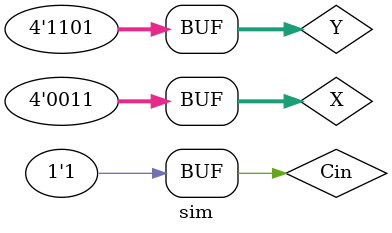
<source format=v>
`timescale 1ns / 1ps

module sim;
  reg [3:0] X, Y;
  wire [3:0] Sum;
  reg Cin;
  wire Cout;
  Adder uut (
      X,
      Y,
      Cin,
      Sum,
      Cout
  );
  initial begin
    X   = 4'b0001;
    Y   = 4'b0010;
    Cin = 0;
    #50 X = 4'b0010;
    Y   = 4'b0011;
    Cin = 1;
    #50 X = 4'b1111;
    Y   = 4'b0001;
    Cin = 0;
    #50 X = 4'b0011;
    Y   = 4'b1101;
    Cin = 1;
  end
endmodule

</source>
